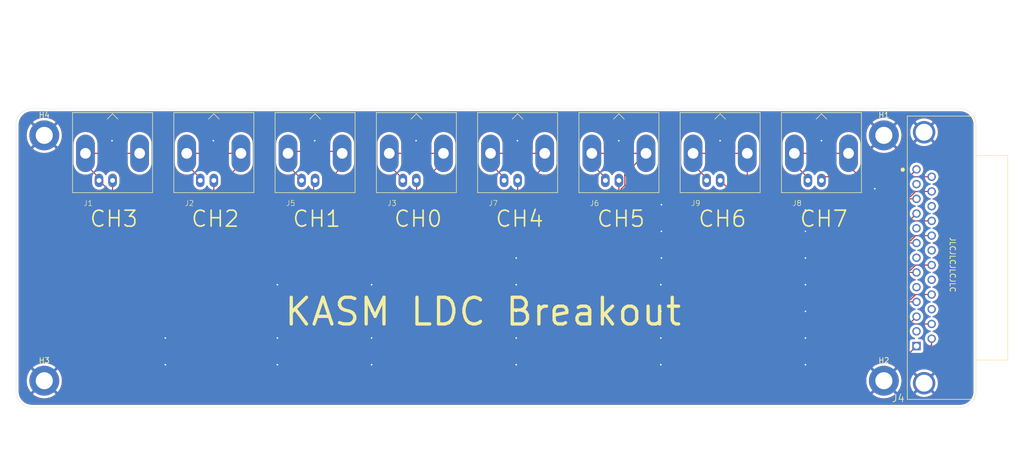
<source format=kicad_pcb>
(kicad_pcb (version 20241229) (generator "pcbnew") (generator_version "9.0")
  (layers (0 "F.Cu" signal) (2 "B.Cu" signal) (13 "F.Paste" user) (15 "B.Paste" user) (5 "F.SilkS" user "F.Silkscreen") (7 "B.SilkS" user "B.Silkscreen") (1 "F.Mask" user) (3 "B.Mask" user) (25 "Edge.Cuts" user))
  (net 0 "")
  (net 1 "/IN3B")
  (net 2 "/IN3A")
  (net 3 "/IN2B")
  (net 4 "/IN2A")
  (net 5 "/IN0B")
  (net 6 "/IN0A")
  (net 7 "/IN4A")
  (net 8 "/IN7B")
  (net 9 "/IN1A")
  (net 10 "/IN1B")
  (net 11 "/IN6A")
  (net 12 "/IN6B")
  (net 13 "/IN4B")
  (net 14 "/IN7A")
  (net 15 "/IN5A")
  (net 16 "/IN5B")
  (net 24 "GND")
  (footprint "gabe_connectors:KH-BNC50-3511" (layer "F.Cu") (at 116.055429 43.68)
    (property "Reference" "J5" (at -4.556 17.048 0) (layer "F.SilkS") (effects (font (thickness 0.1))))
    (property "Value" "Conn_Coaxial")
    (fp_line (start -7.484 0.07) (end 7.516 0.07) (stroke (width 0.12)) (layer "F.SilkS"))
    (fp_line (start -7.484 15.07) (end -7.484 0.07) (stroke (width 0.12)) (layer "F.SilkS"))
    (fp_line (start 0.016 0.27) (end -0.984 1.27) (stroke (width 0.12)) (layer "F.SilkS"))
    (fp_line (start 0.016 0.27) (end 1.016 1.27) (stroke (width 0.12)) (layer "F.SilkS"))
    (fp_line (start 7.516 0.07) (end 7.516 15.07) (stroke (width 0.12)) (layer "F.SilkS"))
    (fp_line (start 7.516 15.07) (end -7.484 15.07) (stroke (width 0.12)) (layer "F.SilkS"))
    (pad "1" thru_hole oval (at 0.016 12.77) (size 1.6 2.5) (drill 0.89) (layers "*.Cu" "*.Mask") (net 9 "/IN1A"))
    (pad "2" thru_hole oval (at -5.064 7.69) (size 3.5 7) (drill 2.01) (layers "*.Cu" "*.Mask") (net 10 "/IN1B"))
    (pad "2" thru_hole oval (at -2.524 12.77) (size 1.6 2.5) (drill 0.89) (layers "*.Cu" "*.Mask") (net 10 "/IN1B"))
    (pad "2" thru_hole oval (at 5.096 7.69) (size 3.5 7) (drill 2.01) (layers "*.Cu" "*.Mask") (net 10 "/IN1B"))
  )
  (footprint "gabe_connectors:KH-BNC50-3511" (layer "F.Cu") (at 191.998286 43.68)
    (property "Reference" "J9" (at -4.556 17.048 0) (layer "F.SilkS") (effects (font (thickness 0.1))))
    (property "Value" "Conn_Coaxial")
    (fp_line (start -7.484 0.07) (end 7.516 0.07) (stroke (width 0.12)) (layer "F.SilkS"))
    (fp_line (start -7.484 15.07) (end -7.484 0.07) (stroke (width 0.12)) (layer "F.SilkS"))
    (fp_line (start 0.016 0.27) (end -0.984 1.27) (stroke (width 0.12)) (layer "F.SilkS"))
    (fp_line (start 0.016 0.27) (end 1.016 1.27) (stroke (width 0.12)) (layer "F.SilkS"))
    (fp_line (start 7.516 0.07) (end 7.516 15.07) (stroke (width 0.12)) (layer "F.SilkS"))
    (fp_line (start 7.516 15.07) (end -7.484 15.07) (stroke (width 0.12)) (layer "F.SilkS"))
    (pad "1" thru_hole oval (at 0.016 12.77) (size 1.6 2.5) (drill 0.89) (layers "*.Cu" "*.Mask") (net 11 "/IN6A"))
    (pad "2" thru_hole oval (at -5.064 7.69) (size 3.5 7) (drill 2.01) (layers "*.Cu" "*.Mask") (net 12 "/IN6B"))
    (pad "2" thru_hole oval (at -2.524 12.77) (size 1.6 2.5) (drill 0.89) (layers "*.Cu" "*.Mask") (net 12 "/IN6B"))
    (pad "2" thru_hole oval (at 5.096 7.69) (size 3.5 7) (drill 2.01) (layers "*.Cu" "*.Mask") (net 12 "/IN6B"))
  )
  (footprint "MountingHole:MountingHole_3.2mm_M3_DIN965_Pad" (layer "F.Cu") (at 222.7 94)
    (property "Reference" "H2" (at 0 -3.8 0) (layer "F.SilkS"))
    (property "Value" "MountingHole")
    (pad "1" thru_hole circle (at 0 0) (size 5.6 5.6) (drill 3.2) (layers "*.Cu" "*.Mask") (net 24 "GND"))
  )
  (footprint "MountingHole:MountingHole_3.2mm_M3_DIN965_Pad" (layer "F.Cu") (at 65.3 48)
    (property "Reference" "H4" (at 0 -3.8 0) (layer "F.SilkS"))
    (property "Value" "MountingHole")
    (pad "1" thru_hole circle (at 0 0) (size 5.6 5.6) (drill 3.2) (layers "*.Cu" "*.Mask") (net 24 "GND"))
  )
  (footprint "gabe_connectors:KH-BNC50-3511" (layer "F.Cu") (at 78.084 43.68)
    (property "Reference" "J1" (at -4.556 17.048 0) (layer "F.SilkS") (effects (font (thickness 0.1))))
    (property "Value" "Conn_Coaxial")
    (fp_line (start -7.484 0.07) (end 7.516 0.07) (stroke (width 0.12)) (layer "F.SilkS"))
    (fp_line (start -7.484 15.07) (end -7.484 0.07) (stroke (width 0.12)) (layer "F.SilkS"))
    (fp_line (start 0.016 0.27) (end -0.984 1.27) (stroke (width 0.12)) (layer "F.SilkS"))
    (fp_line (start 0.016 0.27) (end 1.016 1.27) (stroke (width 0.12)) (layer "F.SilkS"))
    (fp_line (start 7.516 0.07) (end 7.516 15.07) (stroke (width 0.12)) (layer "F.SilkS"))
    (fp_line (start 7.516 15.07) (end -7.484 15.07) (stroke (width 0.12)) (layer "F.SilkS"))
    (pad "1" thru_hole oval (at 0.016 12.77) (size 1.6 2.5) (drill 0.89) (layers "*.Cu" "*.Mask") (net 2 "/IN3A"))
    (pad "2" thru_hole oval (at -5.064 7.69) (size 3.5 7) (drill 2.01) (layers "*.Cu" "*.Mask") (net 1 "/IN3B"))
    (pad "2" thru_hole oval (at -2.524 12.77) (size 1.6 2.5) (drill 0.89) (layers "*.Cu" "*.Mask") (net 1 "/IN3B"))
    (pad "2" thru_hole oval (at 5.096 7.69) (size 3.5 7) (drill 2.01) (layers "*.Cu" "*.Mask") (net 1 "/IN3B"))
  )
  (footprint "gabe_connectors:KH-BNC50-3511" (layer "F.Cu") (at 97.069714 43.68)
    (property "Reference" "J2" (at -4.556 17.048 0) (layer "F.SilkS") (effects (font (thickness 0.1))))
    (property "Value" "Conn_Coaxial")
    (fp_line (start -7.484 0.07) (end 7.516 0.07) (stroke (width 0.12)) (layer "F.SilkS"))
    (fp_line (start -7.484 15.07) (end -7.484 0.07) (stroke (width 0.12)) (layer "F.SilkS"))
    (fp_line (start 0.016 0.27) (end -0.984 1.27) (stroke (width 0.12)) (layer "F.SilkS"))
    (fp_line (start 0.016 0.27) (end 1.016 1.27) (stroke (width 0.12)) (layer "F.SilkS"))
    (fp_line (start 7.516 0.07) (end 7.516 15.07) (stroke (width 0.12)) (layer "F.SilkS"))
    (fp_line (start 7.516 15.07) (end -7.484 15.07) (stroke (width 0.12)) (layer "F.SilkS"))
    (pad "1" thru_hole oval (at 0.016 12.77) (size 1.6 2.5) (drill 0.89) (layers "*.Cu" "*.Mask") (net 4 "/IN2A"))
    (pad "2" thru_hole oval (at -5.064 7.69) (size 3.5 7) (drill 2.01) (layers "*.Cu" "*.Mask") (net 3 "/IN2B"))
    (pad "2" thru_hole oval (at -2.524 12.77) (size 1.6 2.5) (drill 0.89) (layers "*.Cu" "*.Mask") (net 3 "/IN2B"))
    (pad "2" thru_hole oval (at 5.096 7.69) (size 3.5 7) (drill 2.01) (layers "*.Cu" "*.Mask") (net 3 "/IN2B"))
  )
  (footprint "gabe_connectors:KH-BNC50-3511" (layer "F.Cu") (at 154.026857 43.68)
    (property "Reference" "J7" (at -4.556 17.048 0) (layer "F.SilkS") (effects (font (thickness 0.1))))
    (property "Value" "Conn_Coaxial")
    (fp_line (start -7.484 0.07) (end 7.516 0.07) (stroke (width 0.12)) (layer "F.SilkS"))
    (fp_line (start -7.484 15.07) (end -7.484 0.07) (stroke (width 0.12)) (layer "F.SilkS"))
    (fp_line (start 0.016 0.27) (end -0.984 1.27) (stroke (width 0.12)) (layer "F.SilkS"))
    (fp_line (start 0.016 0.27) (end 1.016 1.27) (stroke (width 0.12)) (layer "F.SilkS"))
    (fp_line (start 7.516 0.07) (end 7.516 15.07) (stroke (width 0.12)) (layer "F.SilkS"))
    (fp_line (start 7.516 15.07) (end -7.484 15.07) (stroke (width 0.12)) (layer "F.SilkS"))
    (pad "1" thru_hole oval (at 0.016 12.77) (size 1.6 2.5) (drill 0.89) (layers "*.Cu" "*.Mask") (net 7 "/IN4A"))
    (pad "2" thru_hole oval (at -5.064 7.69) (size 3.5 7) (drill 2.01) (layers "*.Cu" "*.Mask") (net 13 "/IN4B"))
    (pad "2" thru_hole oval (at -2.524 12.77) (size 1.6 2.5) (drill 0.89) (layers "*.Cu" "*.Mask") (net 13 "/IN4B"))
    (pad "2" thru_hole oval (at 5.096 7.69) (size 3.5 7) (drill 2.01) (layers "*.Cu" "*.Mask") (net 13 "/IN4B"))
  )
  (footprint "MountingHole:MountingHole_3.2mm_M3_DIN965_Pad" (layer "F.Cu") (at 222.7 48)
    (property "Reference" "H1" (at 0 -3.8 0) (layer "F.SilkS"))
    (property "Value" "MountingHole")
    (pad "1" thru_hole circle (at 0 0) (size 5.6 5.6) (drill 3.2) (layers "*.Cu" "*.Mask") (net 24 "GND"))
  )
  (footprint "gabe_connectors:KH-BNC50-3511" (layer "F.Cu") (at 210.984 43.68)
    (property "Reference" "J8" (at -4.556 17.048 0) (layer "F.SilkS") (effects (font (thickness 0.1))))
    (property "Value" "Conn_Coaxial")
    (fp_line (start -7.484 0.07) (end 7.516 0.07) (stroke (width 0.12)) (layer "F.SilkS"))
    (fp_line (start -7.484 15.07) (end -7.484 0.07) (stroke (width 0.12)) (layer "F.SilkS"))
    (fp_line (start 0.016 0.27) (end -0.984 1.27) (stroke (width 0.12)) (layer "F.SilkS"))
    (fp_line (start 0.016 0.27) (end 1.016 1.27) (stroke (width 0.12)) (layer "F.SilkS"))
    (fp_line (start 7.516 0.07) (end 7.516 15.07) (stroke (width 0.12)) (layer "F.SilkS"))
    (fp_line (start 7.516 15.07) (end -7.484 15.07) (stroke (width 0.12)) (layer "F.SilkS"))
    (pad "1" thru_hole oval (at 0.016 12.77) (size 1.6 2.5) (drill 0.89) (layers "*.Cu" "*.Mask") (net 14 "/IN7A"))
    (pad "2" thru_hole oval (at -5.064 7.69) (size 3.5 7) (drill 2.01) (layers "*.Cu" "*.Mask") (net 8 "/IN7B"))
    (pad "2" thru_hole oval (at -2.524 12.77) (size 1.6 2.5) (drill 0.89) (layers "*.Cu" "*.Mask") (net 8 "/IN7B"))
    (pad "2" thru_hole oval (at 5.096 7.69) (size 3.5 7) (drill 2.01) (layers "*.Cu" "*.Mask") (net 8 "/IN7B"))
  )
  (footprint "gabe_connectors:KH-BNC50-3511" (layer "F.Cu") (at 135.041143 43.68)
    (property "Reference" "J3" (at -4.556 17.048 0) (layer "F.SilkS") (effects (font (thickness 0.1))))
    (property "Value" "Conn_Coaxial")
    (fp_line (start -7.484 0.07) (end 7.516 0.07) (stroke (width 0.12)) (layer "F.SilkS"))
    (fp_line (start -7.484 15.07) (end -7.484 0.07) (stroke (width 0.12)) (layer "F.SilkS"))
    (fp_line (start 0.016 0.27) (end -0.984 1.27) (stroke (width 0.12)) (layer "F.SilkS"))
    (fp_line (start 0.016 0.27) (end 1.016 1.27) (stroke (width 0.12)) (layer "F.SilkS"))
    (fp_line (start 7.516 0.07) (end 7.516 15.07) (stroke (width 0.12)) (layer "F.SilkS"))
    (fp_line (start 7.516 15.07) (end -7.484 15.07) (stroke (width 0.12)) (layer "F.SilkS"))
    (pad "1" thru_hole oval (at 0.016 12.77) (size 1.6 2.5) (drill 0.89) (layers "*.Cu" "*.Mask") (net 6 "/IN0A"))
    (pad "2" thru_hole oval (at -5.064 7.69) (size 3.5 7) (drill 2.01) (layers "*.Cu" "*.Mask") (net 5 "/IN0B"))
    (pad "2" thru_hole oval (at -2.524 12.77) (size 1.6 2.5) (drill 0.89) (layers "*.Cu" "*.Mask") (net 5 "/IN0B"))
    (pad "2" thru_hole oval (at 5.096 7.69) (size 3.5 7) (drill 2.01) (layers "*.Cu" "*.Mask") (net 5 "/IN0B"))
  )
  (footprint "MountingHole:MountingHole_3.2mm_M3_DIN965_Pad" (layer "F.Cu") (at 65.3 94)
    (property "Reference" "H3" (at 0 -3.8 0) (layer "F.SilkS"))
    (property "Value" "MountingHole")
    (pad "1" thru_hole circle (at 0 0) (size 5.6 5.6) (drill 3.2) (layers "*.Cu" "*.Mask") (net 24 "GND"))
  )
  (footprint "gabe_connectors:TE-5747842-4" (layer "F.Cu") (at 228.8704 70.966 90)
    (property "Reference" "J4" (at -26.334 -3.4704 180) (layer "F.SilkS") (effects (font (size 1.401551 1.401551))))
    (property "Value" "DB25_Pins_MountingHoles")
    (fp_line (start 26.576 -1.778) (end 26.576 10.8712) (stroke (width 0.127)) (layer "F.SilkS"))
    (fp_line (start -26.524 -1.778) (end 26.576 -1.778) (stroke (width 0.127)) (layer "F.SilkS"))
    (fp_line (start 26.576 10.8712) (end 19.226 10.8712) (stroke (width 0.127)) (layer "F.SilkS"))
    (fp_line (start 19.226 10.8712) (end -19.174 10.8712) (stroke (width 0.127)) (layer "F.SilkS"))
    (fp_line (start 19.226 10.8712) (end 19.226 17.0434) (stroke (width 0.127)) (layer "F.SilkS"))
    (fp_line (start -19.174 10.8712) (end -26.524 10.8712) (stroke (width 0.127)) (layer "F.SilkS"))
    (fp_line (start -26.524 10.8712) (end -26.524 -1.778) (stroke (width 0.127)) (layer "F.SilkS"))
    (fp_line (start 19.226 17.0434) (end -19.174 17.0434) (stroke (width 0.127)) (layer "F.SilkS"))
    (fp_line (start -19.174 17.0434) (end -19.174 10.8712) (stroke (width 0.127)) (layer "F.SilkS"))
    (fp_circle (center 16.526 -2.6284) (end 16.726 -2.6284) (stroke (width 0.4)) (fill no) (layer "F.SilkS"))
    (pad "0" thru_hole circle (at -23.4944 1.3716 90) (size 4.191 4.191) (drill 3.175) (layers "*.Cu" "*.Mask") (net 24 "GND"))
    (pad "0" thru_hole circle (at 23.5464 1.3716 90) (size 4.191 4.191) (drill 3.175) (layers "*.Cu" "*.Mask") (net 24 "GND"))
    (pad "1" thru_hole rect (at -16.534 -0.0508 90) (size 1.5621 1.5621) (drill 1.0414) (layers "*.Cu" "*.Mask") (net 2 "/IN3A"))
    (pad "2" thru_hole circle (at -13.774 -0.0508 90) (size 1.5621 1.5621) (drill 1.0414) (layers "*.Cu" "*.Mask"))
    (pad "3" thru_hole circle (at -11.014 -0.0508 90) (size 1.5621 1.5621) (drill 1.0414) (layers "*.Cu" "*.Mask") (net 3 "/IN2B"))
    (pad "4" thru_hole circle (at -8.254 -0.0508 90) (size 1.5621 1.5621) (drill 1.0414) (layers "*.Cu" "*.Mask") (net 9 "/IN1A"))
    (pad "5" thru_hole circle (at -5.494 -0.0508 90) (size 1.5621 1.5621) (drill 1.0414) (layers "*.Cu" "*.Mask"))
    (pad "6" thru_hole circle (at -2.734 -0.0508 90) (size 1.5621 1.5621) (drill 1.0414) (layers "*.Cu" "*.Mask") (net 6 "/IN0A"))
    (pad "7" thru_hole circle (at 0.026 -0.0508 90) (size 1.5621 1.5621) (drill 1.0414) (layers "*.Cu" "*.Mask"))
    (pad "8" thru_hole circle (at 2.786 -0.0508 90) (size 1.5621 1.5621) (drill 1.0414) (layers "*.Cu" "*.Mask") (net 7 "/IN4A"))
    (pad "9" thru_hole circle (at 5.546 -0.0508 90) (size 1.5621 1.5621) (drill 1.0414) (layers "*.Cu" "*.Mask"))
    (pad "10" thru_hole circle (at 8.306 -0.0508 90) (size 1.5621 1.5621) (drill 1.0414) (layers "*.Cu" "*.Mask") (net 16 "/IN5B"))
    (pad "11" thru_hole circle (at 11.066 -0.0508 90) (size 1.5621 1.5621) (drill 1.0414) (layers "*.Cu" "*.Mask") (net 11 "/IN6A"))
    (pad "12" thru_hole circle (at 13.826 -0.0508 90) (size 1.5621 1.5621) (drill 1.0414) (layers "*.Cu" "*.Mask"))
    (pad "13" thru_hole circle (at 16.586 -0.0508 90) (size 1.5621 1.5621) (drill 1.0414) (layers "*.Cu" "*.Mask") (net 8 "/IN7B"))
    (pad "14" thru_hole circle (at -15.154 2.794 90) (size 1.5621 1.5621) (drill 1.0414) (layers "*.Cu" "*.Mask") (net 1 "/IN3B"))
    (pad "15" thru_hole circle (at -12.394 2.794 90) (size 1.5621 1.5621) (drill 1.0414) (layers "*.Cu" "*.Mask") (net 4 "/IN2A"))
    (pad "16" thru_hole circle (at -9.634 2.794 90) (size 1.5621 1.5621) (drill 1.0414) (layers "*.Cu" "*.Mask"))
    (pad "17" thru_hole circle (at -6.874 2.794 90) (size 1.5621 1.5621) (drill 1.0414) (layers "*.Cu" "*.Mask") (net 10 "/IN1B"))
    (pad "18" thru_hole circle (at -4.114 2.794 90) (size 1.5621 1.5621) (drill 1.0414) (layers "*.Cu" "*.Mask"))
    (pad "19" thru_hole circle (at -1.354 2.794 90) (size 1.5621 1.5621) (drill 1.0414) (layers "*.Cu" "*.Mask") (net 5 "/IN0B"))
    (pad "20" thru_hole circle (at 1.406 2.794 90) (size 1.5621 1.5621) (drill 1.0414) (layers "*.Cu" "*.Mask"))
    (pad "21" thru_hole circle (at 4.166 2.794 90) (size 1.5621 1.5621) (drill 1.0414) (layers "*.Cu" "*.Mask") (net 13 "/IN4B"))
    (pad "22" thru_hole circle (at 6.926 2.794 90) (size 1.5621 1.5621) (drill 1.0414) (layers "*.Cu" "*.Mask") (net 15 "/IN5A"))
    (pad "23" thru_hole circle (at 9.686 2.794 90) (size 1.5621 1.5621) (drill 1.0414) (layers "*.Cu" "*.Mask"))
    (pad "24" thru_hole circle (at 12.446 2.794 90) (size 1.5621 1.5621) (drill 1.0414) (layers "*.Cu" "*.Mask") (net 12 "/IN6B"))
    (pad "25" thru_hole circle (at 15.206 2.794 90) (size 1.5621 1.5621) (drill 1.0414) (layers "*.Cu" "*.Mask") (net 14 "/IN7A"))
  )
  (footprint "gabe_connectors:KH-BNC50-3511" (layer "F.Cu") (at 173.012571 43.68)
    (property "Reference" "J6" (at -4.556 17.048 0) (layer "F.SilkS") (effects (font (thickness 0.1))))
    (property "Value" "Conn_Coaxial")
    (fp_line (start -7.484 0.07) (end 7.516 0.07) (stroke (width 0.12)) (layer "F.SilkS"))
    (fp_line (start -7.484 15.07) (end -7.484 0.07) (stroke (width 0.12)) (layer "F.SilkS"))
    (fp_line (start 0.016 0.27) (end -0.984 1.27) (stroke (width 0.12)) (layer "F.SilkS"))
    (fp_line (start 0.016 0.27) (end 1.016 1.27) (stroke (width 0.12)) (layer "F.SilkS"))
    (fp_line (start 7.516 0.07) (end 7.516 15.07) (stroke (width 0.12)) (layer "F.SilkS"))
    (fp_line (start 7.516 15.07) (end -7.484 15.07) (stroke (width 0.12)) (layer "F.SilkS"))
    (pad "1" thru_hole oval (at 0.016 12.77) (size 1.6 2.5) (drill 0.89) (layers "*.Cu" "*.Mask") (net 15 "/IN5A"))
    (pad "2" thru_hole oval (at -5.064 7.69) (size 3.5 7) (drill 2.01) (layers "*.Cu" "*.Mask") (net 16 "/IN5B"))
    (pad "2" thru_hole oval (at -2.524 12.77) (size 1.6 2.5) (drill 0.89) (layers "*.Cu" "*.Mask") (net 16 "/IN5B"))
    (pad "2" thru_hole oval (at 5.096 7.69) (size 3.5 7) (drill 2.01) (layers "*.Cu" "*.Mask") (net 16 "/IN5B"))
  )
  (gr_line (start 237 43) (end 63 43) (stroke (width 0.05)) (layer "Edge.Cuts"))
  (gr_line (start 63 99) (end 237 99) (stroke (width 0.05)) (layer "Edge.Cuts"))
  (gr_line (start 60 46) (end 60 96) (stroke (width 0.05)) (layer "Edge.Cuts"))
  (gr_arc (start 63 99) (mid 60.87868 98.12132) (end 60 96) (stroke (width 0.05)) (layer "Edge.Cuts"))
  (gr_line (start 240 96) (end 240 46) (stroke (width 0.05)) (layer "Edge.Cuts"))
  (gr_arc (start 60 46) (mid 60.87868 43.87868) (end 63 43) (stroke (width 0.05)) (layer "Edge.Cuts"))
  (gr_arc (start 237 43) (mid 239.12132 43.87868) (end 240 46) (stroke (width 0.05)) (layer "Edge.Cuts"))
  (gr_arc (start 240 96) (mid 239.12132 98.12132) (end 237 99) (stroke (width 0.05)) (layer "Edge.Cuts"))
  (gr_text "CH6" (at 187.735714 65.4 0) (layer "F.SilkS") (effects (font (size 3 3) (thickness 0.3)) (justify left bottom)))
  (gr_text "CH0" (at 130.692857 65.4 0) (layer "F.SilkS") (effects (font (size 3 3) (thickness 0.3)) (justify left bottom)))
  (gr_text "CH1" (at 111.678571 65.4 0) (layer "F.SilkS") (effects (font (size 3 3) (thickness 0.3)) (justify left bottom)))
  (gr_text "JLCJLCJLCJLC" (at 235 67 270) (layer "F.SilkS") (effects (font (size 1 1)) (justify left bottom)))
  (gr_text "CH3" (at 73.65 65.4 0) (layer "F.SilkS") (effects (font (size 3 3) (thickness 0.3)) (justify left bottom)))
  (gr_text "CH2" (at 92.664286 65.4 0) (layer "F.SilkS") (effects (font (size 3 3) (thickness 0.3)) (justify left bottom)))
  (gr_text "CH7" (at 206.75 65.4 0) (layer "F.SilkS") (effects (font (size 3 3) (thickness 0.3)) (justify left bottom)))
  (gr_text "KASM LDC Breakout" (at 110 84 0) (layer "F.SilkS") (effects (font (size 5 5) (thickness 0.625)) (justify left bottom)))
  (gr_text "CH5" (at 168.721429 65.4 0) (layer "F.SilkS") (effects (font (size 3 3) (thickness 0.3)) (justify left bottom)))
  (gr_text "CH4" (at 149.707143 65.4 0) (layer "F.SilkS") (effects (font (size 3 3) (thickness 0.3)) (justify left bottom)))
  (segment (start 87.0329 89) (end 85.9339 87.901) (width 0.2) (layer "F.Cu") (net 1))
  (segment (start 73.02 51.37) (end 73.02 53.42) (width 0.2) (layer "F.Cu") (net 1))
  (segment (start 75.56 55.96) (end 75.56 56.45) (width 0.2) (layer "F.Cu") (net 1))
  (segment (start 85.9339 87.901) (end 85.699 87.6661) (width 0.2) (layer "F.Cu") (net 1))
  (segment (start 85.699 87.6661) (end 78.2 80.1671) (width 0.2) (layer "F.Cu") (net 1))
  (segment (start 77.699 79.3339) (end 77.699 58.589) (width 0.2) (layer "F.Cu") (net 1))
  (segment (start 229.888971 89) (end 87.0329 89) (width 0.2) (layer "F.Cu") (net 1))
  (segment (start 231.6644 87.224571) (end 229.888971 89) (width 0.2) (layer "F.Cu") (net 1))
  (segment (start 77.699 58.589) (end 75.56 56.45) (width 0.2) (layer "F.Cu") (net 1))
  (segment (start 78.2 80.1671) (end 77.9339 79.901) (width 0.2) (layer "F.Cu") (net 1))
  (segment (start 77.9339 79.901) (end 77.699 79.6661) (width 0.2) (layer "F.Cu") (net 1))
  (segment (start 231.6644 86.12) (end 231.6644 87.224571) (width 0.2) (layer "F.Cu") (net 1))
  (segment (start 83.18 51.37) (end 73.02 51.37) (width 0.2) (layer "F.Cu") (net 1))
  (segment (start 73.02 53.42) (end 75.56 55.96) (width 0.2) (layer "F.Cu") (net 1))
  (segment (start 77.699 79.6661) (end 77.699 79.3339) (width 0.2) (layer "F.Cu") (net 1))
  (segment (start 86.1 87.5) (end 85.8651 87.2651) (width 0.2) (layer "F.Cu") (net 2))
  (segment (start 78.3349 79.7349) (end 78.1 79.5) (width 0.2) (layer "F.Cu") (net 2))
  (segment (start 78.601 80.001) (end 78.3661 79.7661) (width 0.2) (layer "F.Cu") (net 2))
  (segment (start 227.7206 88.599) (end 87.199 88.599) (width 0.2) (layer "F.Cu") (net 2))
  (segment (start 85.8651 87.2651) (end 78.601 80.001) (width 0.2) (layer "F.Cu") (net 2))
  (segment (start 78.1 79.1678) (end 78.1 58.7551) (width 0.2) (layer "F.Cu") (net 2))
  (segment (start 87.199 88.599) (end 86.3349 87.7349) (width 0.2) (layer "F.Cu") (net 2))
  (segment (start 228.8196 87.5) (end 227.7206 88.599) (width 0.2) (layer "F.Cu") (net 2))
  (segment (start 78.3661 79.7661) (end 78.3349 79.7349) (width 0.2) (layer "F.Cu") (net 2))
  (segment (start 78.1 58.4229) (end 78.1 56.45) (width 0.2) (layer "F.Cu") (net 2))
  (segment (start 86.3349 87.7349) (end 86.1 87.5) (width 0.2) (layer "F.Cu") (net 2))
  (segment (start 78.1 79.5) (end 78.1 79.1678) (width 0.2) (layer "F.Cu") (net 2))
  (segment (start 78.1 58.7551) (end 78.1 58.4229) (width 0.2) (layer "F.Cu") (net 2))
  (segment (start 102.165714 53.334286) (end 98.6 56.9) (width 0.2) (layer "F.Cu") (net 3))
  (segment (start 92.005714 53.505714) (end 94.545714 56.045714) (width 0.2) (layer "F.Cu") (net 3))
  (segment (start 97.486714 58.313286) (end 97.486714 72.419614) (width 0.2) (layer "F.Cu") (net 3))
  (segment (start 108.0261 82.959) (end 227.8406 82.959) (width 0.2) (layer "F.Cu") (net 3))
  (segment (start 97.486714 72.419614) (end 108.0261 82.959) (width 0.2) (layer "F.Cu") (net 3))
  (segment (start 98.6 56.9) (end 98.6 57.2) (width 0.2) (layer "F.Cu") (net 3))
  (segment (start 227.8406 82.959) (end 228.8196 81.98) (width 0.2) (layer "F.Cu") (net 3))
  (segment (start 92.005714 51.37) (end 102.165714 51.37) (width 0.2) (layer "F.Cu") (net 3))
  (segment (start 102.165714 51.47) (end 102.165714 53.334286) (width 0.2) (layer "F.Cu") (net 3))
  (segment (start 94.545714 56.045714) (end 94.545714 56.45) (width 0.2) (layer "F.Cu") (net 3))
  (segment (start 92.005714 51.37) (end 92.005714 53.505714) (width 0.2) (layer "F.Cu") (net 3))
  (segment (start 98.6 57.2) (end 97.486714 58.313286) (width 0.2) (layer "F.Cu") (net 3))
  (segment (start 107.86 83.36) (end 97.085714 72.585714) (width 0.2) (layer "F.Cu") (net 4))
  (segment (start 231.6644 83.36) (end 107.86 83.36) (width 0.2) (layer "F.Cu") (net 4))
  (segment (start 97.085714 72.585714) (end 97.085714 56.55) (width 0.2) (layer "F.Cu") (net 4))
  (segment (start 228.66935 72.32) (end 231.6644 72.32) (width 0.2) (layer "F.Cu") (net 5))
  (segment (start 142.8661 73.299) (end 227.69035 73.299) (width 0.2) (layer "F.Cu") (net 5))
  (segment (start 129.977143 51.37) (end 140.137143 51.37) (width 0.2) (layer "F.Cu") (net 5))
  (segment (start 136.6 57.7) (end 135.5 58.8) (width 0.2) (layer "F.Cu") (net 5))
  (segment (start 138.88 54.12) (end 136.6 56.4) (width 0.2) (layer "F.Cu") (net 5))
  (segment (start 136.6 56.4) (end 136.6 57.7) (width 0.2) (layer "F.Cu") (net 5))
  (segment (start 135.5 65.9329) (end 142.8661 73.299) (width 0.2) (layer "F.Cu") (net 5))
  (segment (start 132.517143 56.45) (end 132.517143 56.167143) (width 0.2) (layer "F.Cu") (net 5))
  (segment (start 135.5 58.8) (end 135.5 65.9329) (width 0.2) (layer "F.Cu") (net 5))
  (segment (start 227.69035 73.299) (end 228.66935 72.32) (width 0.2) (layer "F.Cu") (net 5))
  (segment (start 132.517143 56.167143) (end 129.977143 53.627143) (width 0.2) (layer "F.Cu") (net 5))
  (segment (start 129.977143 53.627143) (end 129.977143 51.37) (width 0.2) (layer "F.Cu") (net 5))
  (segment (start 138.88 51.37) (end 138.88 54.12) (width 0.2) (layer "F.Cu") (net 5))
  (segment (start 142.7 73.7) (end 135.1 66.1) (width 0.2) (layer "F.Cu") (net 6))
  (segment (start 135.1 56.492857) (end 135.057143 56.45) (width 0.2) (layer "F.Cu") (net 6))
  (segment (start 135.1 66.1) (end 135.1 56.492857) (width 0.2) (layer "F.Cu") (net 6))
  (segment (start 228.8196 73.7) (end 142.7 73.7) (width 0.2) (layer "F.Cu") (net 6))
  (segment (start 158.53 68.18) (end 154.042857 63.692857) (width 0.2) (layer "F.Cu") (net 7))
  (segment (start 154.042857 63.692857) (end 154.042857 56.45) (width 0.2) (layer "F.Cu") (net 7))
  (segment (start 228.8196 68.18) (end 158.53 68.18) (width 0.2) (layer "F.Cu") (net 7))
  (segment (start 217.759 55.359) (end 216.08 53.68) (width 0.2) (layer "F.Cu") (net 8))
  (segment (start 205.92 53.42) (end 205.92 51.37) (width 0.2) (layer "F.Cu") (net 8))
  (segment (start 208.46 55.96) (end 205.92 53.42) (width 0.2) (layer "F.Cu") (net 8))
  (segment (start 216.08 53.68) (end 216.08 51.37) (width 0.2) (layer "F.Cu") (net 8))
  (segment (start 227.8406 55.359) (end 217.759 55.359) (width 0.2) (layer "F.Cu") (net 8))
  (segment (start 205.92 51.37) (end 216.08 51.37) (width 0.2) (layer "F.Cu") (net 8))
  (segment (start 228.8196 54.38) (end 227.8406 55.359) (width 0.2) (layer "F.Cu") (net 8))
  (segment (start 208.46 56.45) (end 208.46 55.96) (width 0.2) (layer "F.Cu") (net 8))
  (segment (start 121.32 79.22) (end 115.8 73.7) (width 0.2) (layer "F.Cu") (net 9))
  (segment (start 115.8 73.7) (end 115.8 56.45) (width 0.2) (layer "F.Cu") (net 9))
  (segment (start 228.8196 79.22) (end 121.32 79.22) (width 0.2) (layer "F.Cu") (net 9))
  (segment (start 120.88 54.12) (end 120.88 51) (width 0.2) (layer "F.Cu") (net 10))
  (segment (start 121.47645 78.80935) (end 116.2 73.5329) (width 0.2) (layer "F.Cu") (net 10))
  (segment (start 228.66935 77.84) (end 227.7 78.80935) (width 0.2) (layer "F.Cu") (net 10))
  (segment (start 110.72 51) (end 110.72 53.407143) (width 0.2) (layer "F.Cu") (net 10))
  (segment (start 116.2 59) (end 116.2 58.8) (width 0.2) (layer "F.Cu") (net 10))
  (segment (start 113.26 55.947143) (end 113.26 56.08) (width 0.2) (layer "F.Cu") (net 10))
  (segment (start 231.6644 77.84) (end 228.66935 77.84) (width 0.2) (layer "F.Cu") (net 10))
  (segment (start 120.88 51) (end 110.72 51) (width 0.2) (layer "F.Cu") (net 10))
  (segment (start 227.7 78.80935) (end 121.47645 78.80935) (width 0.2) (layer "F.Cu") (net 10))
  (segment (start 116.2 58.8) (end 120.88 54.12) (width 0.2) (layer "F.Cu") (net 10))
  (segment (start 110.72 53.407143) (end 113.26 55.947143) (width 0.2) (layer "F.Cu") (net 10))
  (segment (start 116.2 73.5329) (end 116.2 59) (width 0.2) (layer "F.Cu") (net 10))
  (segment (start 195.464286 59.9) (end 228.8196 59.9) (width 0.2) (layer "F.Cu") (net 11))
  (segment (start 192.014286 56.45) (end 195.464286 59.9) (width 0.2) (layer "F.Cu") (net 11))
  (segment (start 200.849 59.499) (end 227.69035 59.499) (width 0.2) (layer "F.Cu") (net 12))
  (segment (start 186.934286 51.37) (end 186.934286 53.484286) (width 0.2) (layer "F.Cu") (net 12))
  (segment (start 227.69035 59.499) (end 228.66935 58.52) (width 0.2) (layer "F.Cu") (net 12))
  (segment (start 186.934286 51.37) (end 197.094286 51.37) (width 0.2) (layer "F.Cu") (net 12))
  (segment (start 189.474286 56.024286) (end 189.474286 56.45) (width 0.2) (layer "F.Cu") (net 12))
  (segment (start 186.934286 53.484286) (end 189.474286 56.024286) (width 0.2) (layer "F.Cu") (net 12))
  (segment (start 228.66935 58.52) (end 231.6644 58.52) (width 0.2) (layer "F.Cu") (net 12))
  (segment (start 197.094286 51.37) (end 197.094286 55.744286) (width 0.2) (layer "F.Cu") (net 12))
  (segment (start 197.094286 55.744286) (end 200.849 59.499) (width 0.2) (layer "F.Cu") (net 12))
  (segment (start 159.122857 53.727143) (end 159.122857 51.37) (width 0.2) (layer "F.Cu") (net 13))
  (segment (start 227.69035 67.779) (end 158.6961 67.779) (width 0.2) (layer "F.Cu") (net 13))
  (segment (start 151.502857 55.902857) (end 148.962857 53.362857) (width 0.2) (layer "F.Cu") (net 13))
  (segment (start 158.6961 67.779) (end 154.443857 63.526757) (width 0.2) (layer "F.Cu") (net 13))
  (segment (start 148.962857 53.362857) (end 148.962857 51.37) (width 0.2) (layer "F.Cu") (net 13))
  (segment (start 154.443857 58.406143) (end 159.122857 53.727143) (width 0.2) (layer "F.Cu") (net 13))
  (segment (start 154.443857 63.526757) (end 154.443857 58.406143) (width 0.2) (layer "F.Cu") (net 13))
  (segment (start 151.502857 56.45) (end 151.502857 55.902857) (width 0.2) (layer "F.Cu") (net 13))
  (segment (start 148.962857 51.37) (end 159.122857 51.37) (width 0.2) (layer "F.Cu") (net 13))
  (segment (start 228.66935 66.8) (end 227.69035 67.779) (width 0.2) (layer "F.Cu") (net 13))
  (segment (start 231.6644 66.8) (end 228.66935 66.8) (width 0.2) (layer "F.Cu") (net 13))
  (segment (start 211.69 55.76) (end 211 56.45) (width 0.2) (layer "F.Cu") (net 14))
  (segment (start 231.6644 55.76) (end 211.69 55.76) (width 0.2) (layer "F.Cu") (net 14))
  (segment (start 176.59 64.04) (end 173.028571 60.478571) (width 0.2) (layer "F.Cu") (net 15))
  (segment (start 231.6644 64.04) (end 176.59 64.04) (width 0.2) (layer "F.Cu") (net 15))
  (segment (start 173.028571 60.478571) (end 173.028571 56.45) (width 0.2) (layer "F.Cu") (net 15))
  (segment (start 174.129571 55.543951) (end 174.1 55.51438) (width 0.2) (layer "F.Cu") (net 16))
  (segment (start 174.129571 57.356049) (end 174.129571 55.543951) (width 0.2) (layer "F.Cu") (net 16))
  (segment (start 174.1 55.378571) (end 178.108571 51.37) (width 0.2) (layer "F.Cu") (net 16))
  (segment (start 173.429571 58.056049) (end 173.48462 58.001) (width 0.2) (layer "F.Cu") (net 16))
  (segment (start 167.948571 53.398571) (end 167.948571 51.37) (width 0.2) (layer "F.Cu") (net 16))
  (segment (start 167.948571 51.37) (end 178.108571 51.37) (width 0.2) (layer "F.Cu") (net 16))
  (segment (start 173.429571 60.312471) (end 173.429571 58.056049) (width 0.2) (layer "F.Cu") (net 16))
  (segment (start 227.8406 63.639) (end 176.7561 63.639) (width 0.2) (layer "F.Cu") (net 16))
  (segment (start 173.48462 58.001) (end 174.129571 57.356049) (width 0.2) (layer "F.Cu") (net 16))
  (segment (start 228.8196 62.66) (end 227.8406 63.639) (width 0.2) (layer "F.Cu") (net 16))
  (segment (start 170.488571 56.45) (end 170.488571 55.938571) (width 0.2) (layer "F.Cu") (net 16))
  (segment (start 174.1 55.51438) (end 174.1 55.378571) (width 0.2) (layer "F.Cu") (net 16))
  (segment (start 170.488571 55.938571) (end 167.948571 53.398571) (width 0.2) (layer "F.Cu") (net 16))
  (segment (start 176.7561 63.639) (end 173.429571 60.312471) (width 0.2) (layer "F.Cu") (net 16))
  (via (at 153.777778 81) (size 0.6) (drill 0.3) (layers "F.Cu" "B.Cu") (net 24))
  (via (at 109 91) (size 0.6) (drill 0.3) (layers "F.Cu" "B.Cu") (net 24))
  (via (at 97 49) (size 0.6) (drill 0.3) (layers "F.Cu" "B.Cu") (net 24))
  (via (at 208 66) (size 0.6) (drill 0.3) (layers "F.Cu" "B.Cu") (net 24))
  (via (at 173 49) (size 0.6) (drill 0.3) (layers "F.Cu" "B.Cu") (net 24))
  (via (at 126.666667 86) (size 0.6) (drill 0.3) (layers "F.Cu" "B.Cu") (net 24))
  (via (at 180.888889 81) (size 0.6) (drill 0.3) (layers "F.Cu" "B.Cu") (net 24))
  (via (at 135 49) (size 0.6) (drill 0.3) (layers "F.Cu" "B.Cu") (net 24))
  (via (at 116 49) (size 0.6) (drill 0.3) (layers "F.Cu" "B.Cu") (net 24))
  (via (at 126.666667 91) (size 0.6) (drill 0.3) (layers "F.Cu" "B.Cu") (net 24))
  (via (at 88 91) (size 0.6) (drill 0.3) (layers "F.Cu" "B.Cu") (net 24))
  (via (at 208 81) (size 0.6) (drill 0.3) (layers "F.Cu" "B.Cu") (net 24))
  (via (at 208 86) (size 0.6) (drill 0.3) (layers "F.Cu" "B.Cu") (net 24))
  (via (at 109 76) (size 0.6) (drill 0.3) (layers "F.Cu" "B.Cu") (net 24))
  (via (at 180.888889 91) (size 0.6) (drill 0.3) (layers "F.Cu" "B.Cu") (net 24))
  (via (at 181 61) (size 0.6) (drill 0.3) (layers "F.Cu" "B.Cu") (net 24))
  (via (at 192 49) (size 0.6) (drill 0.3) (layers "F.Cu" "B.Cu") (net 24))
  (via (at 180.888889 76) (size 0.6) (drill 0.3) (layers "F.Cu" "B.Cu") (net 24))
  (via (at 221 58) (size 0.6) (drill 0.3) (layers "F.Cu" "B.Cu") (net 24))
  (via (at 126.666667 81) (size 0.6) (drill 0.3) (layers "F.Cu" "B.Cu") (net 24))
  (via (at 109 86) (size 0.6) (drill 0.3) (layers "F.Cu" "B.Cu") (net 24))
  (via (at 154 49) (size 0.6) (drill 0.3) (layers "F.Cu" "B.Cu") (net 24))
  (via (at 211 49) (size 0.6) (drill 0.3) (layers "F.Cu" "B.Cu") (net 24))
  (via (at 126.666667 76) (size 0.6) (drill 0.3) (layers "F.Cu" "B.Cu") (net 24))
  (via (at 180.888889 86) (size 0.6) (drill 0.3) (layers "F.Cu" "B.Cu") (net 24))
  (via (at 181 71) (size 0.6) (drill 0.3) (layers "F.Cu" "B.Cu") (net 24))
  (via (at 78 49) (size 0.6) (drill 0.3) (layers "F.Cu" "B.Cu") (net 24))
  (via (at 153.777778 76) (size 0.6) (drill 0.3) (layers "F.Cu" "B.Cu") (net 24))
  (via (at 208 62) (size 0.6) (drill 0.3) (layers "F.Cu" "B.Cu") (net 24))
  (via (at 153.777778 71) (size 0.6) (drill 0.3) (layers "F.Cu" "B.Cu") (net 24))
  (via (at 181 66) (size 0.6) (drill 0.3) (layers "F.Cu" "B.Cu") (net 24))
  (via (at 153.777778 91) (size 0.6) (drill 0.3) (layers "F.Cu" "B.Cu") (net 24))
  (via (at 208 76) (size 0.6) (drill 0.3) (layers "F.Cu" "B.Cu") (net 24))
  (via (at 208 91) (size 0.6) (drill 0.3) (layers "F.Cu" "B.Cu") (net 24))
  (via (at 208 71) (size 0.6) (drill 0.3) (layers "F.Cu" "B.Cu") (net 24))
  (via (at 153.777778 86) (size 0.6) (drill 0.3) (layers "F.Cu" "B.Cu") (net 24))
  (via (at 88 86) (size 0.6) (drill 0.3) (layers "F.Cu" "B.Cu") (net 24))
  (zone (net 24) (net_name "GND") (layers "F.Cu" "B.Cu") (connect_pads (clearance 0.5)) (min_thickness 0.25) (fill yes (thermal_gap 0.5) (thermal_bridge_width 0.5))
    (polygon (pts (xy 57 42) (xy 244 42) (xy 244 103) (xy 57 103)))
  )
)
</source>
